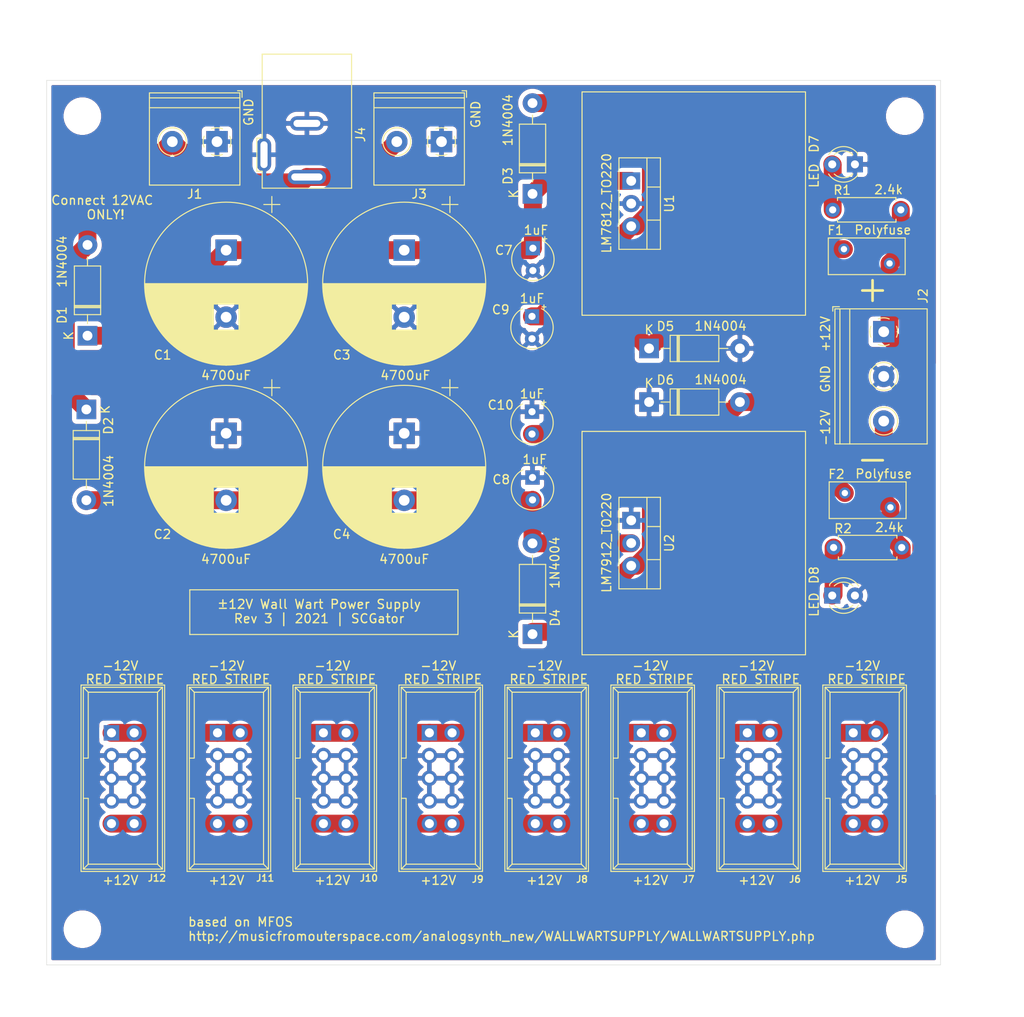
<source format=kicad_pcb>
(kicad_pcb (version 20171130) (host pcbnew "(5.1.8)-1")
  (title_block (title "±12V wall wart supply") (date 2021-06-09) (rev 3) (company SCGator) (comment 1 "Based on MFOS ") (comment 2 https://github.com/holmesrichards/ww_supply) (comment 3 https://github.com/MyModularJourney/Octobus))
  (layers (0 F.Cu signal) (31 B.Cu signal) (34 B.Paste user hide) (35 F.Paste user hide) (36 B.SilkS user) (37 F.SilkS user) (38 B.Mask user) (39 F.Mask user) (44 Edge.Cuts user))
  (net 0 "")
  (net 1 GND)
  (net 2 "Net-(C1-Pad1)")
  (net 3 "Net-(C2-Pad2)")
  (net 4 "Net-(C9-Pad1)")
  (net 5 "Net-(C10-Pad2)")
  (net 6 "Net-(D1-Pad2)")
  (net 7 "Net-(D7-Pad2)")
  (net 8 "Net-(D8-Pad1)")
  (net 9 +12V)
  (net 10 -12V)
  (module TerminalBlock_Philmore:TerminalBlock_Philmore_TB132_1x02_P5.00mm_Horizontal (layer F.Cu) (at 94.174 70.858 180)
    (fp_text reference J3 (at 2.5 -5.86) (layer F.SilkS))
    (fp_text value Conn_01x02)
    (pad 2 thru_hole circle (at 5 0 180) (size 2.4 2.4) (drill 1.2) (layers *.Cu *.Mask) (net 6 "Net-(D1-Pad2)"))
    (pad 1 thru_hole rect (at 0 0 180) (size 2.4 2.4) (drill 1.2) (layers *.Cu *.Mask) (net 1 GND))
  )
  (module ao_tht:MountingHole_3.2mm_M3 (layer F.Cu) (at 54 159)
    (fp_text reference H4 hide)
    (fp_text value MountingHole)
    (pad 1 np_thru_hole circle (at 0 0) (size 3.2 3.2) (drill 3.2) (layers *.Cu *.Mask))
  )
  (module ao_tht:MountingHole_3.2mm_M3 (layer F.Cu) (at 146 159)
    (fp_text reference H3 hide)
    (fp_text value MountingHole)
    (pad 1 np_thru_hole circle (at 0 0) (size 3.2 3.2) (drill 3.2) (layers *.Cu *.Mask))
  )
  (module ao_tht:MountingHole_3.2mm_M3 (layer F.Cu) (at 146 68)
    (fp_text reference H2 hide)
    (fp_text value MountingHole)
    (pad 1 np_thru_hole circle (at 0 0) (size 3.2 3.2) (drill 3.2) (layers *.Cu *.Mask))
  )
  (module ao_tht:MountingHole_3.2mm_M3 (layer F.Cu) (at 54 68)
    (fp_text reference H1 hide)
    (fp_text value MountingHole)
    (pad 1 np_thru_hole circle (at 0 0) (size 3.2 3.2) (drill 3.2) (layers *.Cu *.Mask))
  )
  (module ao_tht:Power_Header (layer F.Cu) (at 140.2365 137.025)
    (fp_text reference J5 (at 5.3975 16.383) (layer F.SilkS) (effects (font (size 0.75 0.75))))
    (fp_text value EuroPwr)
    (fp_text user "RED STRIPE" (at 1.5 -6) (layer F.SilkS))
    (fp_text user -12V (at 1 -7.5) (layer F.SilkS))
    (fp_text user +12V (at 1 16.5) (layer F.SilkS))
    (pad 10 thru_hole oval (at 2.54 10.16) (size 1.7272 1.7272) (drill 1.016) (layers *.Cu *.Mask) (net 9 +12V))
    (pad 9 thru_hole oval (at 0 10.16) (size 1.7272 1.7272) (drill 1.016) (layers *.Cu *.Mask) (net 9 +12V))
    (pad 8 thru_hole oval (at 2.54 7.62) (size 1.7272 1.7272) (drill 1.016) (layers *.Cu *.Mask) (net 1 GND))
    (pad 7 thru_hole oval (at 0 7.62) (size 1.7272 1.7272) (drill 1.016) (layers *.Cu *.Mask) (net 1 GND))
    (pad 6 thru_hole oval (at 2.54 5.08) (size 1.7272 1.7272) (drill 1.016) (layers *.Cu *.Mask) (net 1 GND))
    (pad 5 thru_hole oval (at 0 5.08) (size 1.7272 1.7272) (drill 1.016) (layers *.Cu *.Mask) (net 1 GND))
    (pad 4 thru_hole oval (at 2.54 2.54) (size 1.7272 1.7272) (drill 1.016) (layers *.Cu *.Mask) (net 1 GND))
    (pad 3 thru_hole oval (at 0 2.54) (size 1.7272 1.7272) (drill 1.016) (layers *.Cu *.Mask) (net 1 GND))
    (pad 2 thru_hole oval (at 2.54 0) (size 1.7272 1.7272) (drill 1.016) (layers *.Cu *.Mask) (net 10 -12V))
    (pad 1 thru_hole rect (at 0 0) (size 1.7272 1.7272) (drill 1.016) (layers *.Cu *.Mask) (net 10 -12V))
  )
  (module ao_tht:Power_Header (layer F.Cu) (at 57.256 137.025)
    (fp_text reference J12 (at 5.08 16.256) (layer F.SilkS) (effects (font (size 0.75 0.75))))
    (fp_text value EuroPwr)
    (fp_text user "RED STRIPE" (at 1.5 -6) (layer F.SilkS))
    (fp_text user -12V (at 1 -7.5) (layer F.SilkS))
    (fp_text user +12V (at 1 16.5) (layer F.SilkS))
    (pad 10 thru_hole oval (at 2.54 10.16) (size 1.7272 1.7272) (drill 1.016) (layers *.Cu *.Mask) (net 9 +12V))
    (pad 9 thru_hole oval (at 0 10.16) (size 1.7272 1.7272) (drill 1.016) (layers *.Cu *.Mask) (net 9 +12V))
    (pad 8 thru_hole oval (at 2.54 7.62) (size 1.7272 1.7272) (drill 1.016) (layers *.Cu *.Mask) (net 1 GND))
    (pad 7 thru_hole oval (at 0 7.62) (size 1.7272 1.7272) (drill 1.016) (layers *.Cu *.Mask) (net 1 GND))
    (pad 6 thru_hole oval (at 2.54 5.08) (size 1.7272 1.7272) (drill 1.016) (layers *.Cu *.Mask) (net 1 GND))
    (pad 5 thru_hole oval (at 0 5.08) (size 1.7272 1.7272) (drill 1.016) (layers *.Cu *.Mask) (net 1 GND))
    (pad 4 thru_hole oval (at 2.54 2.54) (size 1.7272 1.7272) (drill 1.016) (layers *.Cu *.Mask) (net 1 GND))
    (pad 3 thru_hole oval (at 0 2.54) (size 1.7272 1.7272) (drill 1.016) (layers *.Cu *.Mask) (net 1 GND))
    (pad 2 thru_hole oval (at 2.54 0) (size 1.7272 1.7272) (drill 1.016) (layers *.Cu *.Mask) (net 10 -12V))
    (pad 1 thru_hole rect (at 0 0) (size 1.7272 1.7272) (drill 1.016) (layers *.Cu *.Mask) (net 10 -12V))
  )
  (module ao_tht:Power_Header (layer F.Cu) (at 69.116 137.025)
    (fp_text reference J11 (at 5.334 16.256) (layer F.SilkS) (effects (font (size 0.75 0.75))))
    (fp_text value EuroPwr)
    (fp_text user "RED STRIPE" (at 1.5 -6) (layer F.SilkS))
    (fp_text user -12V (at 1 -7.5) (layer F.SilkS))
    (fp_text user +12V (at 1 16.5) (layer F.SilkS))
    (pad 10 thru_hole oval (at 2.54 10.16) (size 1.7272 1.7272) (drill 1.016) (layers *.Cu *.Mask) (net 9 +12V))
    (pad 9 thru_hole oval (at 0 10.16) (size 1.7272 1.7272) (drill 1.016) (layers *.Cu *.Mask) (net 9 +12V))
    (pad 8 thru_hole oval (at 2.54 7.62) (size 1.7272 1.7272) (drill 1.016) (layers *.Cu *.Mask) (net 1 GND))
    (pad 7 thru_hole oval (at 0 7.62) (size 1.7272 1.7272) (drill 1.016) (layers *.Cu *.Mask) (net 1 GND))
    (pad 6 thru_hole oval (at 2.54 5.08) (size 1.7272 1.7272) (drill 1.016) (layers *.Cu *.Mask) (net 1 GND))
    (pad 5 thru_hole oval (at 0 5.08) (size 1.7272 1.7272) (drill 1.016) (layers *.Cu *.Mask) (net 1 GND))
    (pad 4 thru_hole oval (at 2.54 2.54) (size 1.7272 1.7272) (drill 1.016) (layers *.Cu *.Mask) (net 1 GND))
    (pad 3 thru_hole oval (at 0 2.54) (size 1.7272 1.7272) (drill 1.016) (layers *.Cu *.Mask) (net 1 GND))
    (pad 2 thru_hole oval (at 2.54 0) (size 1.7272 1.7272) (drill 1.016) (layers *.Cu *.Mask) (net 10 -12V))
    (pad 1 thru_hole rect (at 0 0) (size 1.7272 1.7272) (drill 1.016) (layers *.Cu *.Mask) (net 10 -12V))
  )
  (module ao_tht:Power_Header (layer F.Cu) (at 80.964 137.025)
    (fp_text reference J10 (at 5.08 16.256) (layer F.SilkS) (effects (font (size 0.75 0.75))))
    (fp_text value EuroPwr)
    (fp_text user "RED STRIPE" (at 1.5 -6) (layer F.SilkS))
    (fp_text user -12V (at 1 -7.5) (layer F.SilkS))
    (fp_text user +12V (at 1 16.5) (layer F.SilkS))
    (pad 10 thru_hole oval (at 2.54 10.16) (size 1.7272 1.7272) (drill 1.016) (layers *.Cu *.Mask) (net 9 +12V))
    (pad 9 thru_hole oval (at 0 10.16) (size 1.7272 1.7272) (drill 1.016) (layers *.Cu *.Mask) (net 9 +12V))
    (pad 8 thru_hole oval (at 2.54 7.62) (size 1.7272 1.7272) (drill 1.016) (layers *.Cu *.Mask) (net 1 GND))
    (pad 7 thru_hole oval (at 0 7.62) (size 1.7272 1.7272) (drill 1.016) (layers *.Cu *.Mask) (net 1 GND))
    (pad 6 thru_hole oval (at 2.54 5.08) (size 1.7272 1.7272) (drill 1.016) (layers *.Cu *.Mask) (net 1 GND))
    (pad 5 thru_hole oval (at 0 5.08) (size 1.7272 1.7272) (drill 1.016) (layers *.Cu *.Mask) (net 1 GND))
    (pad 4 thru_hole oval (at 2.54 2.54) (size 1.7272 1.7272) (drill 1.016) (layers *.Cu *.Mask) (net 1 GND))
    (pad 3 thru_hole oval (at 0 2.54) (size 1.7272 1.7272) (drill 1.016) (layers *.Cu *.Mask) (net 1 GND))
    (pad 2 thru_hole oval (at 2.54 0) (size 1.7272 1.7272) (drill 1.016) (layers *.Cu *.Mask) (net 10 -12V))
    (pad 1 thru_hole rect (at 0 0) (size 1.7272 1.7272) (drill 1.016) (layers *.Cu *.Mask) (net 10 -12V))
  )
  (module Capacitor_THT:CP_Radial_D18.0mm_P7.50mm (layer F.Cu) (at 90 103.5 270)
    (fp_text reference C4 (at 11.3 7 180) (layer F.SilkS))
    (fp_text value 4700uF)
    (fp_text user %V (at 14.094 0) (layer F.SilkS))
    (pad 2 thru_hole circle (at 7.5 0 270) (size 2.4 2.4) (drill 1.2) (layers *.Cu *.Mask) (net 3 "Net-(C2-Pad2)"))
    (pad 1 thru_hole rect (at 0 0 270) (size 2.4 2.4) (drill 1.2) (layers *.Cu *.Mask) (net 1 GND))
  )
  (module Capacitor_THT:CP_Radial_D18.0mm_P7.50mm (layer F.Cu) (at 90 83 270)
    (fp_text reference C3 (at 11.734 6.98 180) (layer F.SilkS))
    (fp_text value 4700uF)
    (fp_text user %V (at 14.02 -0.132) (layer F.SilkS))
    (pad 2 thru_hole circle (at 7.5 0 270) (size 2.4 2.4) (drill 1.2) (layers *.Cu *.Mask) (net 1 GND))
    (pad 1 thru_hole rect (at 0 0 270) (size 2.4 2.4) (drill 1.2) (layers *.Cu *.Mask) (net 2 "Net-(C1-Pad1)"))
  )
  (module ao_tht:Power_Header (layer F.Cu) (at 92.8175 137.025)
    (fp_text reference J9 (at 5.4065 16.383) (layer F.SilkS) (effects (font (size 0.75 0.75))))
    (fp_text value EuroPwr)
    (fp_text user "RED STRIPE" (at 1.5 -6) (layer F.SilkS))
    (fp_text user -12V (at 1 -7.5) (layer F.SilkS))
    (fp_text user +12V (at 1 16.5) (layer F.SilkS))
    (pad 10 thru_hole oval (at 2.54 10.16) (size 1.7272 1.7272) (drill 1.016) (layers *.Cu *.Mask) (net 9 +12V))
    (pad 9 thru_hole oval (at 0 10.16) (size 1.7272 1.7272) (drill 1.016) (layers *.Cu *.Mask) (net 9 +12V))
    (pad 8 thru_hole oval (at 2.54 7.62) (size 1.7272 1.7272) (drill 1.016) (layers *.Cu *.Mask) (net 1 GND))
    (pad 7 thru_hole oval (at 0 7.62) (size 1.7272 1.7272) (drill 1.016) (layers *.Cu *.Mask) (net 1 GND))
    (pad 6 thru_hole oval (at 2.54 5.08) (size 1.7272 1.7272) (drill 1.016) (layers *.Cu *.Mask) (net 1 GND))
    (pad 5 thru_hole oval (at 0 5.08) (size 1.7272 1.7272) (drill 1.016) (layers *.Cu *.Mask) (net 1 GND))
    (pad 4 thru_hole oval (at 2.54 2.54) (size 1.7272 1.7272) (drill 1.016) (layers *.Cu *.Mask) (net 1 GND))
    (pad 3 thru_hole oval (at 0 2.54) (size 1.7272 1.7272) (drill 1.016) (layers *.Cu *.Mask) (net 1 GND))
    (pad 2 thru_hole oval (at 2.54 0) (size 1.7272 1.7272) (drill 1.016) (layers *.Cu *.Mask) (net 10 -12V))
    (pad 1 thru_hole rect (at 0 0) (size 1.7272 1.7272) (drill 1.016) (layers *.Cu *.Mask) (net 10 -12V))
  )
  (module TerminalBlock_Philmore:TerminalBlock_Philmore_TB133_1x03_P5.00mm_Horizontal (layer F.Cu) (at 143.646 92.1305 270)
    (fp_text reference J2 (at -4.0005 -4.398 90) (layer F.SilkS))
    (fp_text value Conn_01x03)
    (pad 3 thru_hole circle (at 10 0 270) (size 2.4 2.4) (drill 1.2) (layers *.Cu *.Mask) (net 10 -12V))
    (pad 2 thru_hole circle (at 5 0 270) (size 2.4 2.4) (drill 1.2) (layers *.Cu *.Mask) (net 1 GND))
    (pad 1 thru_hole rect (at 0 0 270) (size 2.4 2.4) (drill 1.2) (layers *.Cu *.Mask) (net 9 +12V))
  )
  (module TerminalBlock_Philmore:TerminalBlock_Philmore_TB132_1x02_P5.00mm_Horizontal (layer F.Cu) (at 69.06 70.858 180)
    (fp_text reference J1 (at 2.5 -5.86) (layer F.SilkS))
    (fp_text value Conn_01x02)
    (pad 2 thru_hole circle (at 5 0 180) (size 2.4 2.4) (drill 1.2) (layers *.Cu *.Mask) (net 6 "Net-(D1-Pad2)"))
    (pad 1 thru_hole rect (at 0 0 180) (size 2.4 2.4) (drill 1.2) (layers *.Cu *.Mask) (net 1 GND))
  )
  (module ao_tht:Power_Header (layer F.Cu) (at 104.6675 137.025)
    (fp_text reference J8 (at 5.2185 16.383) (layer F.SilkS) (effects (font (size 0.75 0.75))))
    (fp_text value EuroPwr)
    (fp_text user "RED STRIPE" (at 1.5 -6) (layer F.SilkS))
    (fp_text user -12V (at 1 -7.5) (layer F.SilkS))
    (fp_text user +12V (at 1 16.5) (layer F.SilkS))
    (pad 10 thru_hole oval (at 2.54 10.16) (size 1.7272 1.7272) (drill 1.016) (layers *.Cu *.Mask) (net 9 +12V))
    (pad 9 thru_hole oval (at 0 10.16) (size 1.7272 1.7272) (drill 1.016) (layers *.Cu *.Mask) (net 9 +12V))
    (pad 8 thru_hole oval (at 2.54 7.62) (size 1.7272 1.7272) (drill 1.016) (layers *.Cu *.Mask) (net 1 GND))
    (pad 7 thru_hole oval (at 0 7.62) (size 1.7272 1.7272) (drill 1.016) (layers *.Cu *.Mask) (net 1 GND))
    (pad 6 thru_hole oval (at 2.54 5.08) (size 1.7272 1.7272) (drill 1.016) (layers *.Cu *.Mask) (net 1 GND))
    (pad 5 thru_hole oval (at 0 5.08) (size 1.7272 1.7272) (drill 1.016) (layers *.Cu *.Mask) (net 1 GND))
    (pad 4 thru_hole oval (at 2.54 2.54) (size 1.7272 1.7272) (drill 1.016) (layers *.Cu *.Mask) (net 1 GND))
    (pad 3 thru_hole oval (at 0 2.54) (size 1.7272 1.7272) (drill 1.016) (layers *.Cu *.Mask) (net 1 GND))
    (pad 2 thru_hole oval (at 2.54 0) (size 1.7272 1.7272) (drill 1.016) (layers *.Cu *.Mask) (net 10 -12V))
    (pad 1 thru_hole rect (at 0 0) (size 1.7272 1.7272) (drill 1.016) (layers *.Cu *.Mask) (net 10 -12V))
  )
  (module ao_tht:Power_Header (layer F.Cu) (at 116.5275 137.025)
    (fp_text reference J7 (at 5.2845 16.383) (layer F.SilkS) (effects (font (size 0.75 0.75))))
    (fp_text value EuroPwr)
    (fp_text user "RED STRIPE" (at 1.5 -6) (layer F.SilkS))
    (fp_text user -12V (at 1 -7.5) (layer F.SilkS))
    (fp_text user +12V (at 1 16.5) (layer F.SilkS))
    (pad 10 thru_hole oval (at 2.54 10.16) (size 1.7272 1.7272) (drill 1.016) (layers *.Cu *.Mask) (net 9 +12V))
    (pad 9 thru_hole oval (at 0 10.16) (size 1.7272 1.7272) (drill 1.016) (layers *.Cu *.Mask) (net 9 +12V))
    (pad 8 thru_hole oval (at 2.54 7.62) (size 1.7272 1.7272) (drill 1.016) (layers *.Cu *.Mask) (net 1 GND))
    (pad 7 thru_hole oval (at 0 7.62) (size 1.7272 1.7272) (drill 1.016) (layers *.Cu *.Mask) (net 1 GND))
    (pad 6 thru_hole oval (at 2.54 5.08) (size 1.7272 1.7272) (drill 1.016) (layers *.Cu *.Mask) (net 1 GND))
    (pad 5 thru_hole oval (at 0 5.08) (size 1.7272 1.7272) (drill 1.016) (layers *.Cu *.Mask) (net 1 GND))
    (pad 4 thru_hole oval (at 2.54 2.54) (size 1.7272 1.7272) (drill 1.016) (layers *.Cu *.Mask) (net 1 GND))
    (pad 3 thru_hole oval (at 0 2.54) (size 1.7272 1.7272) (drill 1.016) (layers *.Cu *.Mask) (net 1 GND))
    (pad 2 thru_hole oval (at 2.54 0) (size 1.7272 1.7272) (drill 1.016) (layers *.Cu *.Mask) (net 10 -12V))
    (pad 1 thru_hole rect (at 0 0) (size 1.7272 1.7272) (drill 1.016) (layers *.Cu *.Mask) (net 10 -12V))
  )
  (module ao_tht:Power_Header (layer F.Cu) (at 128.3865 137.025)
    (fp_text reference J6 (at 5.3315 16.383) (layer F.SilkS) (effects (font (size 0.75 0.75))))
    (fp_text value EuroPwr)
    (fp_text user "RED STRIPE" (at 1.5 -6) (layer F.SilkS))
    (fp_text user -12V (at 1 -7.5) (layer F.SilkS))
    (fp_text user +12V (at 1 16.5) (layer F.SilkS))
    (pad 10 thru_hole oval (at 2.54 10.16) (size 1.7272 1.7272) (drill 1.016) (layers *.Cu *.Mask) (net 9 +12V))
    (pad 9 thru_hole oval (at 0 10.16) (size 1.7272 1.7272) (drill 1.016) (layers *.Cu *.Mask) (net 9 +12V))
    (pad 8 thru_hole oval (at 2.54 7.62) (size 1.7272 1.7272) (drill 1.016) (layers *.Cu *.Mask) (net 1 GND))
    (pad 7 thru_hole oval (at 0 7.62) (size 1.7272 1.7272) (drill 1.016) (layers *.Cu *.Mask) (net 1 GND))
    (pad 6 thru_hole oval (at 2.54 5.08) (size 1.7272 1.7272) (drill 1.016) (layers *.Cu *.Mask) (net 1 GND))
    (pad 5 thru_hole oval (at 0 5.08) (size 1.7272 1.7272) (drill 1.016) (layers *.Cu *.Mask) (net 1 GND))
    (pad 4 thru_hole oval (at 2.54 2.54) (size 1.7272 1.7272) (drill 1.016) (layers *.Cu *.Mask) (net 1 GND))
    (pad 3 thru_hole oval (at 0 2.54) (size 1.7272 1.7272) (drill 1.016) (layers *.Cu *.Mask) (net 1 GND))
    (pad 2 thru_hole oval (at 2.54 0) (size 1.7272 1.7272) (drill 1.016) (layers *.Cu *.Mask) (net 10 -12V))
    (pad 1 thru_hole rect (at 0 0) (size 1.7272 1.7272) (drill 1.016) (layers *.Cu *.Mask) (net 10 -12V))
  )
  (module ao_tht:Wall_wart_A-4118 (layer F.Cu) (at 79.116 68.064 270)
    (fp_text reference J4 (at 2 -6 90) (layer F.SilkS))
    (fp_text value Conn_01x03)
    (pad 1 thru_hole oval (at 4.25 4.8 270) (size 3.8 1.6) (drill oval 3 0.8) (layers *.Cu *.Mask) (net 1 GND))
    (pad 3 thru_hole oval (at 6.75 0 270) (size 1.6 4.3) (drill oval 0.8 3.5) (layers *.Cu *.Mask) (net 6 "Net-(D1-Pad2)"))
    (pad 2 thru_hole oval (at 0.75 0 270) (size 1.6 3.8) (drill oval 0.8 3) (layers *.Cu *.Mask) (net 1 GND))
  )
  (module Capacitor_THT:CP_Radial_Tantal_D4.5mm_P2.50mm (layer F.Cu) (at 104.396 82.786 270)
    (fp_text reference C7 (at 0.228856 3.25 180) (layer F.SilkS))
    (fp_text value 1uF)
    (fp_text user %V (at -2.021144 -0.35) (layer F.SilkS))
    (pad 2 thru_hole circle (at 2.5 0 270) (size 1.6 1.6) (drill 0.8) (layers *.Cu *.Mask) (net 1 GND))
    (pad 1 thru_hole rect (at 0 0 270) (size 1.6 1.6) (drill 0.8) (layers *.Cu *.Mask) (net 2 "Net-(C1-Pad1)"))
  )
  (module Capacitor_THT:CP_Radial_Tantal_D4.5mm_P2.50mm (layer F.Cu) (at 104.356 108.45 270)
    (fp_text reference C8 (at 0.228856 3.5 180) (layer F.SilkS))
    (fp_text value 1uF)
    (fp_text user %V (at -2.021144 -0.25) (layer F.SilkS))
    (pad 2 thru_hole circle (at 2.5 0 270) (size 1.6 1.6) (drill 0.8) (layers *.Cu *.Mask) (net 3 "Net-(C2-Pad2)"))
    (pad 1 thru_hole rect (at 0 0 270) (size 1.6 1.6) (drill 0.8) (layers *.Cu *.Mask) (net 1 GND))
  )
  (module Package_TO_SOT_THT:TO-220-3_Vertical (layer F.Cu) (at 115.396 113.246 270)
    (fp_text reference U2 (at 2.54 -4.27 90) (layer F.SilkS))
    (fp_text value LM7912_TO220)
    (fp_text user %V (at 2.5 2.75 270) (layer F.SilkS))
    (pad 3 thru_hole oval (at 5.08 0 270) (size 1.905 2) (drill 1.1) (layers *.Cu *.Mask) (net 5 "Net-(C10-Pad2)"))
    (pad 2 thru_hole oval (at 2.54 0 270) (size 1.905 2) (drill 1.1) (layers *.Cu *.Mask) (net 3 "Net-(C2-Pad2)"))
    (pad 1 thru_hole rect (at 0 0 270) (size 1.905 2) (drill 1.1) (layers *.Cu *.Mask) (net 1 GND))
  )
  (module Diode_THT:D_DO-41_SOD81_P10.16mm_Horizontal (layer F.Cu) (at 104.356 125.976 90)
    (fp_text reference D4 (at 1.83 2.53 90) (layer F.SilkS))
    (fp_text value 1N4004)
    (fp_text user %V (at 8 2.5 90) (layer F.SilkS))
    (fp_text user K (at 0 -2.1 90) (layer F.SilkS))
    (pad 2 thru_hole oval (at 10.16 0 90) (size 2.2 2.2) (drill 1.1) (layers *.Cu *.Mask) (net 3 "Net-(C2-Pad2)"))
    (pad 1 thru_hole rect (at 0 0 90) (size 2.2 2.2) (drill 1.1) (layers *.Cu *.Mask) (net 5 "Net-(C10-Pad2)"))
  )
  (module Capacitor_THT:CP_Radial_D18.0mm_P7.50mm (layer F.Cu) (at 70.08 83 270)
    (fp_text reference C1 (at 11.734 7.1 180) (layer F.SilkS))
    (fp_text value 4700uF)
    (fp_text user %V (at 14.02 0) (layer F.SilkS))
    (pad 2 thru_hole circle (at 7.5 0 270) (size 2.4 2.4) (drill 1.2) (layers *.Cu *.Mask) (net 1 GND))
    (pad 1 thru_hole rect (at 0 0 270) (size 2.4 2.4) (drill 1.2) (layers *.Cu *.Mask) (net 2 "Net-(C1-Pad1)"))
  )
  (module Package_TO_SOT_THT:TO-220-3_Vertical (layer F.Cu) (at 115.396 75.246 270)
    (fp_text reference U1 (at 2.54 -4.27 90) (layer F.SilkS))
    (fp_text value LM7812_TO220)
    (fp_text user %V (at 2.5 2.75 270) (layer F.SilkS))
    (pad 3 thru_hole oval (at 5.08 0 270) (size 1.905 2) (drill 1.1) (layers *.Cu *.Mask) (net 4 "Net-(C9-Pad1)"))
    (pad 2 thru_hole oval (at 2.54 0 270) (size 1.905 2) (drill 1.1) (layers *.Cu *.Mask) (net 1 GND))
    (pad 1 thru_hole rect (at 0 0 270) (size 1.905 2) (drill 1.1) (layers *.Cu *.Mask) (net 2 "Net-(C1-Pad1)"))
  )
  (module Resistor_THT:R_Axial_DIN0207_L6.3mm_D2.5mm_P7.62mm_Horizontal (layer F.Cu) (at 138.036 116.286)
    (fp_text reference R2 (at 1.06 -2.12) (layer F.SilkS))
    (fp_text value 2.4k)
    (fp_text user %V (at 6.25 -2.25) (layer F.SilkS))
    (pad 2 thru_hole oval (at 7.62 0) (size 1.6 1.6) (drill 0.8) (layers *.Cu *.Mask) (net 10 -12V))
    (pad 1 thru_hole circle (at 0 0) (size 1.6 1.6) (drill 0.8) (layers *.Cu *.Mask) (net 8 "Net-(D8-Pad1)"))
  )
  (module Resistor_THT:R_Axial_DIN0207_L6.3mm_D2.5mm_P7.62mm_Horizontal (layer F.Cu) (at 137.936 78.486)
    (fp_text reference R1 (at 1.06 -2.2) (layer F.SilkS))
    (fp_text value 2.4k)
    (fp_text user %V (at 6.25 -2.25) (layer F.SilkS))
    (pad 2 thru_hole oval (at 7.62 0) (size 1.6 1.6) (drill 0.8) (layers *.Cu *.Mask) (net 9 +12V))
    (pad 1 thru_hole circle (at 0 0) (size 1.6 1.6) (drill 0.8) (layers *.Cu *.Mask) (net 7 "Net-(D7-Pad2)"))
  )
  (module Fuse:Fuse_BelFuse_0ZRE0005FF_L8.3mm_W3.8mm (layer F.Cu) (at 144.396 111.786 180)
    (fp_text reference F2 (at 6.04 3.71) (layer F.SilkS))
    (fp_text value Polyfuse)
    (fp_text user %V (at 0.75 3.75 180) (layer F.SilkS))
    (pad 1 thru_hole circle (at 0 0 180) (size 1.27 1.27) (drill 0.71) (layers *.Cu *.Mask) (net 10 -12V))
    (pad 2 thru_hole circle (at 5.1 1.6 180) (size 1.27 1.27) (drill 0.71) (layers *.Cu *.Mask) (net 5 "Net-(C10-Pad2)"))
  )
  (module Fuse:Fuse_BelFuse_0ZRE0005FF_L8.3mm_W3.8mm (layer F.Cu) (at 144.296 84.486 180)
    (fp_text reference F1 (at 6.04 3.71) (layer F.SilkS))
    (fp_text value Polyfuse)
    (fp_text user %V (at 0.75 3.75 180) (layer F.SilkS))
    (pad 1 thru_hole circle (at 0 0 180) (size 1.27 1.27) (drill 0.71) (layers *.Cu *.Mask) (net 9 +12V))
    (pad 2 thru_hole circle (at 5.1 1.6 180) (size 1.27 1.27) (drill 0.71) (layers *.Cu *.Mask) (net 4 "Net-(C9-Pad1)"))
  )
  (module LED_THT:LED_D3.0mm (layer F.Cu) (at 137.884 121.658)
    (fp_text reference D8 (at -2.032 -2.286 270) (layer F.SilkS))
    (fp_text value LED)
    (fp_text user %V (at -2.032 1.016 90) (layer F.SilkS))
    (pad 2 thru_hole circle (at 2.54 0) (size 1.8 1.8) (drill 0.9) (layers *.Cu *.Mask) (net 1 GND))
    (pad 1 thru_hole rect (at 0 0) (size 1.8 1.8) (drill 0.9) (layers *.Cu *.Mask) (net 8 "Net-(D8-Pad1)"))
  )
  (module LED_THT:LED_D3.0mm (layer F.Cu) (at 140.424 73.398 180)
    (fp_text reference D7 (at 4.572 2.286 270) (layer F.SilkS))
    (fp_text value LED)
    (fp_text user %V (at 4.572 -1.27 90) (layer F.SilkS))
    (pad 2 thru_hole circle (at 2.54 0 180) (size 1.8 1.8) (drill 0.9) (layers *.Cu *.Mask) (net 7 "Net-(D7-Pad2)"))
    (pad 1 thru_hole rect (at 0 0 180) (size 1.8 1.8) (drill 0.9) (layers *.Cu *.Mask) (net 1 GND))
  )
  (module Diode_THT:D_DO-41_SOD81_P10.16mm_Horizontal (layer F.Cu) (at 117.396 100)
    (fp_text reference D6 (at 1.83 -2.47) (layer F.SilkS))
    (fp_text value 1N4004)
    (fp_text user %V (at 8 -2.5) (layer F.SilkS))
    (fp_text user K (at 0 -2.1) (layer F.SilkS))
    (pad 2 thru_hole oval (at 10.16 0) (size 2.2 2.2) (drill 1.1) (layers *.Cu *.Mask) (net 5 "Net-(C10-Pad2)"))
    (pad 1 thru_hole rect (at 0 0) (size 2.2 2.2) (drill 1.1) (layers *.Cu *.Mask) (net 1 GND))
  )
  (module Diode_THT:D_DO-41_SOD81_P10.16mm_Horizontal (layer F.Cu) (at 117.396 94)
    (fp_text reference D5 (at 1.83 -2.47) (layer F.SilkS))
    (fp_text value 1N4004)
    (fp_text user %V (at 8 -2.5) (layer F.SilkS))
    (fp_text user K (at 0 -2.1) (layer F.SilkS))
    (pad 2 thru_hole oval (at 10.16 0) (size 2.2 2.2) (drill 1.1) (layers *.Cu *.Mask) (net 1 GND))
    (pad 1 thru_hole rect (at 0 0) (size 2.2 2.2) (drill 1.1) (layers *.Cu *.Mask) (net 4 "Net-(C9-Pad1)"))
  )
  (module Diode_THT:D_DO-41_SOD81_P10.16mm_Horizontal (layer F.Cu) (at 104.356 76.7 90)
    (fp_text reference D3 (at 2 -2.75 90) (layer F.SilkS))
    (fp_text value 1N4004)
    (fp_text user %V (at 8.25 -2.75 90) (layer F.SilkS))
    (fp_text user K (at 0 -2.1 90) (layer F.SilkS))
    (pad 2 thru_hole oval (at 10.16 0 90) (size 2.2 2.2) (drill 1.1) (layers *.Cu *.Mask) (net 4 "Net-(C9-Pad1)"))
    (pad 1 thru_hole rect (at 0 0 90) (size 2.2 2.2) (drill 1.1) (layers *.Cu *.Mask) (net 2 "Net-(C1-Pad1)"))
  )
  (module Diode_THT:D_DO-41_SOD81_P10.16mm_Horizontal (layer F.Cu) (at 54.445 100.83 270)
    (fp_text reference D2 (at 1.83 -2.47 90) (layer F.SilkS))
    (fp_text value 1N4004)
    (fp_text user %V (at 8 -2.5 90) (layer F.SilkS))
    (fp_text user K (at 0 -2.1 90) (layer F.SilkS))
    (pad 2 thru_hole oval (at 10.16 0 270) (size 2.2 2.2) (drill 1.1) (layers *.Cu *.Mask) (net 3 "Net-(C2-Pad2)"))
    (pad 1 thru_hole rect (at 0 0 270) (size 2.2 2.2) (drill 1.1) (layers *.Cu *.Mask) (net 6 "Net-(D1-Pad2)"))
  )
  (module Diode_THT:D_DO-41_SOD81_P10.16mm_Horizontal (layer F.Cu) (at 54.572 92.575 90)
    (fp_text reference D1 (at 2.3 -2.85 90) (layer F.SilkS))
    (fp_text value 1N4004)
    (fp_text user %V (at 8.3 -2.85 90) (layer F.SilkS))
    (fp_text user K (at 0 -2.1 90) (layer F.SilkS))
    (pad 2 thru_hole oval (at 10.16 0 90) (size 2.2 2.2) (drill 1.1) (layers *.Cu *.Mask) (net 6 "Net-(D1-Pad2)"))
    (pad 1 thru_hole rect (at 0 0 90) (size 2.2 2.2) (drill 1.1) (layers *.Cu *.Mask) (net 2 "Net-(C1-Pad1)"))
  )
  (module Capacitor_THT:CP_Radial_Tantal_D4.5mm_P2.50mm (layer F.Cu) (at 104.3 101.084 270)
    (fp_text reference C10 (at -0.75 3.5 180) (layer F.SilkS))
    (fp_text value 1uF)
    (fp_text user %V (at -2 0) (layer F.SilkS))
    (pad 2 thru_hole circle (at 2.5 0 270) (size 1.6 1.6) (drill 0.8) (layers *.Cu *.Mask) (net 5 "Net-(C10-Pad2)"))
    (pad 1 thru_hole rect (at 0 0 270) (size 1.6 1.6) (drill 0.8) (layers *.Cu *.Mask) (net 1 GND))
  )
  (module Capacitor_THT:CP_Radial_Tantal_D4.5mm_P2.50mm (layer F.Cu) (at 104.3 90.416 270)
    (fp_text reference C9 (at -0.75 3.5 180) (layer F.SilkS))
    (fp_text value 1uF)
    (fp_text user %V (at -2 0) (layer F.SilkS))
    (pad 2 thru_hole circle (at 2.5 0 270) (size 1.6 1.6) (drill 0.8) (layers *.Cu *.Mask) (net 1 GND))
    (pad 1 thru_hole rect (at 0 0 270) (size 1.6 1.6) (drill 0.8) (layers *.Cu *.Mask) (net 4 "Net-(C9-Pad1)"))
  )
  (module Capacitor_THT:CP_Radial_D18.0mm_P7.50mm (layer F.Cu) (at 70.08 103.5 270)
    (fp_text reference C2 (at 11.3 7.126 180) (layer F.SilkS))
    (fp_text value 4700uF)
    (fp_text user %V (at 14.094 0.014) (layer F.SilkS))
    (pad 2 thru_hole circle (at 7.5 0 270) (size 2.4 2.4) (drill 1.2) (layers *.Cu *.Mask) (net 3 "Net-(C2-Pad2)"))
    (pad 1 thru_hole rect (at 0 0 270) (size 2.4 2.4) (drill 1.2) (layers *.Cu *.Mask) (net 1 GND))
  )
  (gr_line (start 66.016 121.016) (end 66.016 126.016) (layer F.SilkS) (width 0.12))
  (gr_line (start 96.016 121.016) (end 96.016 126.016) (layer F.SilkS) (width 0.12))
  (gr_text GND (at 72.606 67.556 90) (layer F.SilkS) (effects (font (size 1 1))))
  (gr_text GND (at 98.006 67.81 90) (layer F.SilkS) (effects (font (size 1 1))))
  (gr_text - (at 142.396 106.286) (layer F.SilkS) (effects (font (size 3 3) (thickness 0.3))))
  (gr_text + (at 142.396 87.286) (layer F.SilkS) (effects (font (size 3 3) (thickness 0.3))))
  (gr_text "Connect 12VAC \nONLY!" (at 56.604 78.224) (layer F.SilkS) (effects (font (size 1 1))))
  (gr_line (start 96.016 126.016) (end 66.016 126.016) (layer F.SilkS) (width 0.12))
  (gr_line (start 66.016 121.016) (end 96.016 121.016) (layer F.SilkS) (width 0.12))
  (gr_text "±12V Wall Wart Power Supply\nRev 3 | 2021 | SCGator" (at 80.48 123.436) (layer F.SilkS) (effects (font (size 1 1))))
  (gr_line (start 134.896 128.286) (end 109.896 128.286) (layer F.SilkS) (width 0.12))
  (gr_line (start 134.896 103.286) (end 134.896 128.286) (layer F.SilkS) (width 0.12))
  (gr_line (start 109.896 103.286) (end 134.896 103.286) (layer F.SilkS) (width 0.12))
  (gr_line (start 109.896 128.286) (end 109.896 103.286) (layer F.SilkS) (width 0.12))
  (gr_text "based on MFOS \nhttp://musicfromouterspace.com/analogsynth_new/WALLWARTSUPPLY/WALLWARTSUPPLY.php" (at 65.748 158.996) (layer F.SilkS) (effects (font (size 1 1)) (justify left)))
  (gr_text GND (at 137.122 95.786 90) (layer F.SilkS) (effects (font (size 1 1)) (justify right)))
  (gr_text -12V (at 137.122 100.786 90) (layer F.SilkS) (effects (font (size 1 1)) (justify right)))
  (gr_text +12V (at 137.122 90.286 90) (layer F.SilkS) (effects (font (size 1 1)) (justify right)))
  (gr_line (start 50 163) (end 50 64) (layer Edge.Cuts) (width 0.05))
  (gr_line (start 150 163) (end 50 163) (layer Edge.Cuts) (width 0.05))
  (gr_line (start 150 64) (end 150 163) (layer Edge.Cuts) (width 0.05))
  (gr_line (start 50 64) (end 150 64) (layer Edge.Cuts) (width 0.05))
  (gr_line (start 134.896 90.286) (end 109.896 90.286) (layer F.SilkS) (width 0.12))
  (gr_line (start 134.896 65.286) (end 134.896 90.286) (layer F.SilkS) (width 0.12))
  (gr_line (start 109.896 65.286) (end 134.896 65.286) (layer F.SilkS) (width 0.12))
  (gr_line (start 109.896 90.286) (end 109.896 65.286) (layer F.SilkS) (width 0.12))
  (segment (start 60.505 92.575) (end 70.08 83) (width 2) (layer F.Cu) (net 2))
  (segment (start 54.572 92.575) (end 60.505 92.575) (width 2) (layer F.Cu) (net 2))
  (segment (start 70.08 83) (end 90 83) (width 2) (layer F.Cu) (net 2))
  (segment (start 104.182 83) (end 104.396 82.786) (width 2) (layer F.Cu) (net 2))
  (segment (start 90 83) (end 104.182 83) (width 2) (layer F.Cu) (net 2))
  (segment (start 104.396 76.74) (end 104.356 76.7) (width 2) (layer F.Cu) (net 2))
  (segment (start 104.396 82.786) (end 104.396 76.74) (width 2) (layer F.Cu) (net 2))
  (segment (start 105.81 75.246) (end 115.396 75.246) (width 2) (layer F.Cu) (net 2))
  (segment (start 104.356 76.7) (end 105.81 75.246) (width 2) (layer F.Cu) (net 2))
  (segment (start 70.07 110.99) (end 70.08 111) (width 2) (layer F.Cu) (net 3))
  (segment (start 54.445 110.99) (end 70.07 110.99) (width 2) (layer F.Cu) (net 3))
  (segment (start 70.08 111) (end 90 111) (width 2) (layer F.Cu) (net 3))
  (segment (start 90.05 110.95) (end 90 111) (width 2) (layer F.Cu) (net 3))
  (segment (start 104.306 111) (end 104.356 110.95) (width 2) (layer F.Cu) (net 3))
  (segment (start 90 111) (end 104.306 111) (width 2) (layer F.Cu) (net 3))
  (segment (start 104.356 110.95) (end 104.356 115.816) (width 2) (layer F.Cu) (net 3))
  (segment (start 115.366 115.816) (end 115.396 115.786) (width 2) (layer F.Cu) (net 3))
  (segment (start 104.356 115.816) (end 115.366 115.816) (width 2) (layer F.Cu) (net 3))
  (segment (start 115.947608 80.326) (end 115.396 80.326) (width 2) (layer F.Cu) (net 4))
  (segment (start 117.596001 78.677607) (end 115.947608 80.326) (width 2) (layer F.Cu) (net 4))
  (segment (start 117.596001 73.333499) (end 117.596001 78.677607) (width 2) (layer F.Cu) (net 4))
  (segment (start 110.802502 66.54) (end 117.596001 73.333499) (width 2) (layer F.Cu) (net 4))
  (segment (start 104.356 66.54) (end 110.802502 66.54) (width 2) (layer F.Cu) (net 4))
  (segment (start 105.306 90.416) (end 115.396 80.326) (width 2) (layer F.Cu) (net 4))
  (segment (start 104.3 90.416) (end 105.306 90.416) (width 2) (layer F.Cu) (net 4))
  (segment (start 128.51 82.886) (end 139.196 82.886) (width 2) (layer F.Cu) (net 4))
  (segment (start 117.396 94) (end 128.51 82.886) (width 2) (layer F.Cu) (net 4))
  (segment (start 113.812 90.416) (end 117.396 94) (width 2) (layer F.Cu) (net 4))
  (segment (start 104.3 90.416) (end 113.812 90.416) (width 2) (layer F.Cu) (net 4))
  (segment (start 108 125.722) (end 115.396 118.326) (width 2) (layer F.Cu) (net 5))
  (segment (start 104.356 125.722) (end 108 125.722) (width 2) (layer F.Cu) (net 5))
  (segment (start 109.846502 103.584) (end 104.3 103.584) (width 2) (layer F.Cu) (net 5))
  (segment (start 117.596008 111.333506) (end 109.846502 103.584) (width 2) (layer F.Cu) (net 5))
  (segment (start 117.596008 116.697274) (end 117.596008 111.333506) (width 2) (layer F.Cu) (net 5))
  (segment (start 115.967283 118.326) (end 117.596008 116.697274) (width 2) (layer F.Cu) (net 5))
  (segment (start 115.396 118.326) (end 115.967283 118.326) (width 2) (layer F.Cu) (net 5))
  (segment (start 123.972 103.584) (end 127.556 100) (width 2) (layer F.Cu) (net 5))
  (segment (start 104.3 103.584) (end 123.972 103.584) (width 2) (layer F.Cu) (net 5))
  (segment (start 129.11 100) (end 139.296 110.186) (width 2) (layer F.Cu) (net 5))
  (segment (start 127.556 100) (end 129.11 100) (width 2) (layer F.Cu) (net 5))
  (segment (start 52.144999 98.529999) (end 54.445 100.83) (width 2) (layer F.Cu) (net 6))
  (segment (start 52.144999 84.842001) (end 52.144999 98.529999) (width 2) (layer F.Cu) (net 6))
  (segment (start 54.572 82.415) (end 52.144999 84.842001) (width 2) (layer F.Cu) (net 6))
  (segment (start 54.572 80.346) (end 64.06 70.858) (width 2) (layer F.Cu) (net 6))
  (segment (start 54.572 82.415) (end 54.572 80.346) (width 2) (layer F.Cu) (net 6))
  (segment (start 78.51599 75.41401) (end 79.116 74.814) (width 2) (layer F.Cu) (net 6))
  (segment (start 68.61601 75.41401) (end 78.51599 75.41401) (width 2) (layer F.Cu) (net 6))
  (segment (start 64.06 70.858) (end 68.61601 75.41401) (width 2) (layer F.Cu) (net 6))
  (segment (start 85.218 74.814) (end 89.174 70.858) (width 2) (layer F.Cu) (net 6))
  (segment (start 79.116 74.814) (end 85.218 74.814) (width 2) (layer F.Cu) (net 6))
  (segment (start 137.936 73.45) (end 137.884 73.398) (width 2) (layer F.Cu) (net 7))
  (segment (start 137.936 78.486) (end 137.936 73.45) (width 2) (layer F.Cu) (net 7))
  (segment (start 138.036 121.506) (end 137.884 121.658) (width 2) (layer F.Cu) (net 8))
  (segment (start 138.036 116.286) (end 138.036 121.506) (width 2) (layer F.Cu) (net 8))
  (segment (start 142.7765 147.185) (end 140.2365 147.185) (width 2) (layer F.Cu) (net 9))
  (segment (start 130.9265 147.185) (end 128.3865 147.185) (width 2) (layer F.Cu) (net 9))
  (segment (start 119.0675 147.185) (end 116.5275 147.185) (width 2) (layer F.Cu) (net 9))
  (segment (start 107.2075 147.185) (end 104.6675 147.185) (width 2) (layer F.Cu) (net 9))
  (segment (start 95.3575 147.185) (end 92.8175 147.185) (width 2) (layer F.Cu) (net 9))
  (segment (start 57.256 147.185) (end 59.796 147.185) (width 2) (layer F.Cu) (net 9))
  (segment (start 69.116 147.185) (end 71.656 147.185) (width 2) (layer F.Cu) (net 9))
  (segment (start 80.964 147.185) (end 83.504 147.185) (width 2) (layer F.Cu) (net 9))
  (segment (start 59.796 147.185) (end 69.116 147.185) (width 2) (layer F.Cu) (net 9))
  (segment (start 71.656 147.185) (end 80.964 147.185) (width 2) (layer F.Cu) (net 9))
  (segment (start 83.504 147.185) (end 92.8175 147.185) (width 2) (layer F.Cu) (net 9))
  (segment (start 95.3575 147.185) (end 104.6675 147.185) (width 2) (layer F.Cu) (net 9))
  (segment (start 107.2075 147.185) (end 116.5275 147.185) (width 2) (layer F.Cu) (net 9))
  (segment (start 119.0675 147.185) (end 128.3865 147.185) (width 2) (layer F.Cu) (net 9))
  (segment (start 130.9265 147.185) (end 140.2365 147.185) (width 2) (layer F.Cu) (net 9))
  (segment (start 145.556 83.226) (end 144.296 84.486) (width 2) (layer F.Cu) (net 9))
  (segment (start 145.556 78.486) (end 145.556 83.226) (width 2) (layer F.Cu) (net 9))
  (segment (start 144.296 91.4805) (end 143.646 92.1305) (width 2) (layer F.Cu) (net 9))
  (segment (start 144.296 84.486) (end 144.296 91.4805) (width 2) (layer F.Cu) (net 9))
  (segment (start 143.997814 147.185) (end 142.7765 147.185) (width 2) (layer F.Cu) (net 9))
  (segment (start 147.85601 143.326804) (end 143.997814 147.185) (width 2) (layer F.Cu) (net 9))
  (segment (start 147.85601 96.34051) (end 147.85601 143.326804) (width 2) (layer F.Cu) (net 9))
  (segment (start 143.646 92.1305) (end 147.85601 96.34051) (width 2) (layer F.Cu) (net 9))
  (segment (start 92.8175 137.025) (end 95.3575 137.025) (width 2) (layer F.Cu) (net 10))
  (segment (start 104.6675 137.025) (end 107.2075 137.025) (width 2) (layer F.Cu) (net 10))
  (segment (start 116.5275 137.025) (end 119.0675 137.025) (width 2) (layer F.Cu) (net 10))
  (segment (start 128.3865 137.025) (end 130.9265 137.025) (width 2) (layer F.Cu) (net 10))
  (segment (start 140.2365 137.025) (end 142.7765 137.025) (width 2) (layer F.Cu) (net 10))
  (segment (start 57.256 137.025) (end 59.796 137.025) (width 2) (layer F.Cu) (net 10))
  (segment (start 69.116 137.025) (end 71.656 137.025) (width 2) (layer F.Cu) (net 10))
  (segment (start 80.964 137.025) (end 83.504 137.025) (width 2) (layer F.Cu) (net 10))
  (segment (start 59.796 137.025) (end 69.116 137.025) (width 2) (layer F.Cu) (net 10))
  (segment (start 71.656 137.025) (end 80.964 137.025) (width 2) (layer F.Cu) (net 10))
  (segment (start 83.504 137.025) (end 92.8175 137.025) (width 2) (layer F.Cu) (net 10))
  (segment (start 95.3575 137.025) (end 104.6675 137.025) (width 2) (layer F.Cu) (net 10))
  (segment (start 107.2075 137.025) (end 116.5275 137.025) (width 2) (layer F.Cu) (net 10))
  (segment (start 119.0675 137.025) (end 128.3865 137.025) (width 2) (layer F.Cu) (net 10))
  (segment (start 130.9265 137.025) (end 140.2365 137.025) (width 2) (layer F.Cu) (net 10))
  (segment (start 144.396 115.026) (end 145.656 116.286) (width 2) (layer F.Cu) (net 10))
  (segment (start 144.396 111.786) (end 144.396 115.026) (width 2) (layer F.Cu) (net 10))
  (segment (start 145.656 134.1455) (end 142.7765 137.025) (width 2) (layer F.Cu) (net 10))
  (segment (start 145.656 116.286) (end 145.656 134.1455) (width 2) (layer F.Cu) (net 10))
  (segment (start 143.646 111.036) (end 144.396 111.786) (width 2) (layer F.Cu) (net 10))
  (segment (start 143.646 102.1305) (end 143.646 111.036) (width 2) (layer F.Cu) (net 10))
  (zone (net 1) (net_name GND) (layer F.Cu) (connect_pads (clearance 0.508)) (min_thickness 0.254) (fill yes (arc_segments 32) (thermal_gap 0.508) (thermal_bridge_width 0.508))
    (polygon (pts (xy 155 60) (xy 154.784 168.8385) (xy 44.784 168.8385) (xy 45 60)))
  )
  (zone (net 1) (net_name GND) (layer B.Cu) (connect_pads (clearance 0.508)) (min_thickness 0.254) (fill yes (arc_segments 32) (thermal_gap 0.508) (thermal_bridge_width 0.508))
    (polygon (pts (xy 155.292 56.888) (xy 154.911 168.013) (xy 44.911 168.013) (xy 45.292 56.888)))
  )
)
</source>
